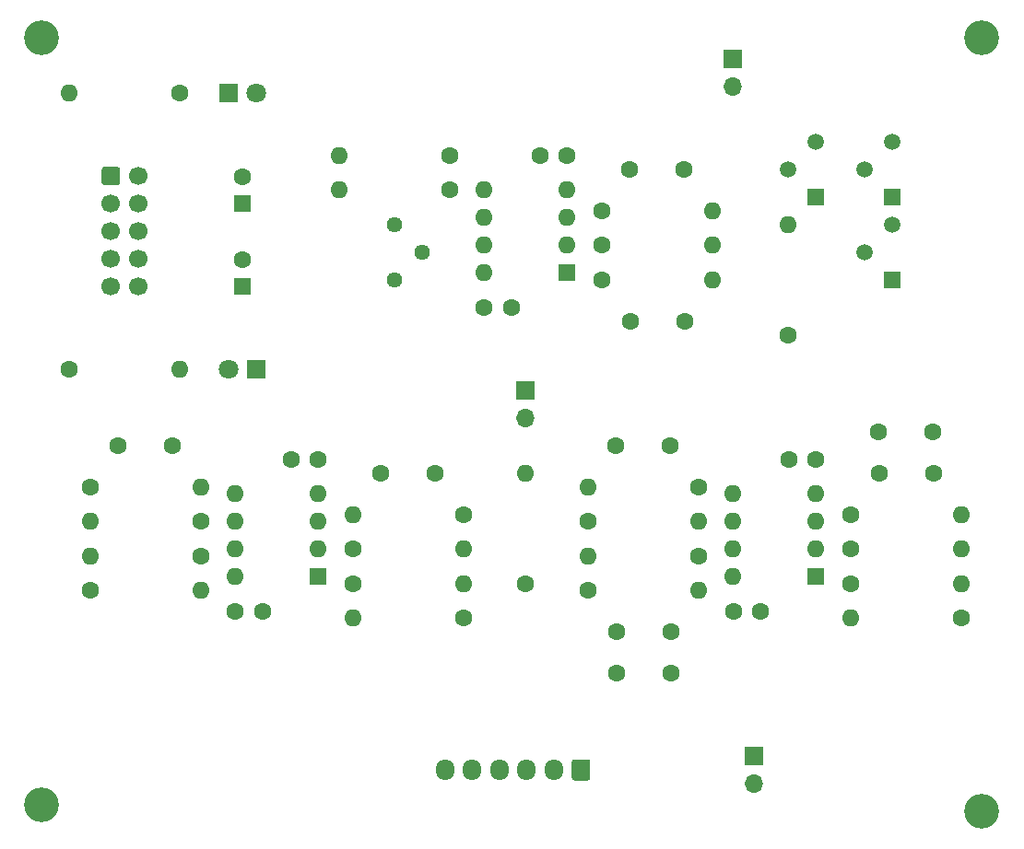
<source format=gts>
G04 #@! TF.GenerationSoftware,KiCad,Pcbnew,(5.1.10)-1*
G04 #@! TF.CreationDate,2021-07-20T07:48:39+09:00*
G04 #@! TF.ProjectId,NOS02,4e4f5330-322e-46b6-9963-61645f706362,Ver. 1.0*
G04 #@! TF.SameCoordinates,Original*
G04 #@! TF.FileFunction,Soldermask,Top*
G04 #@! TF.FilePolarity,Negative*
%FSLAX46Y46*%
G04 Gerber Fmt 4.6, Leading zero omitted, Abs format (unit mm)*
G04 Created by KiCad (PCBNEW (5.1.10)-1) date 2021-07-20 07:48:39*
%MOMM*%
%LPD*%
G01*
G04 APERTURE LIST*
%ADD10O,1.600000X1.600000*%
%ADD11R,1.600000X1.600000*%
%ADD12O,1.700000X1.700000*%
%ADD13R,1.700000X1.700000*%
%ADD14C,3.200000*%
%ADD15C,1.600000*%
%ADD16C,1.440000*%
%ADD17R,1.500000X1.500000*%
%ADD18C,1.500000*%
%ADD19O,1.700000X1.950000*%
%ADD20C,1.700000*%
%ADD21C,1.800000*%
%ADD22R,1.800000X1.800000*%
G04 APERTURE END LIST*
D10*
G04 #@! TO.C,U3*
X118110000Y-110490000D03*
X125730000Y-102870000D03*
X118110000Y-107950000D03*
X125730000Y-105410000D03*
X118110000Y-105410000D03*
X125730000Y-107950000D03*
X118110000Y-102870000D03*
D11*
X125730000Y-110490000D03*
G04 #@! TD*
D10*
G04 #@! TO.C,U2*
X140970000Y-82550000D03*
X148590000Y-74930000D03*
X140970000Y-80010000D03*
X148590000Y-77470000D03*
X140970000Y-77470000D03*
X148590000Y-80010000D03*
X140970000Y-74930000D03*
D11*
X148590000Y-82550000D03*
G04 #@! TD*
D12*
G04 #@! TO.C,J5*
X163830000Y-65405000D03*
D13*
X163830000Y-62865000D03*
G04 #@! TD*
D14*
G04 #@! TO.C,H4*
X186690000Y-132080000D03*
G04 #@! TD*
G04 #@! TO.C,H3*
X186690000Y-60960000D03*
G04 #@! TD*
G04 #@! TO.C,H2*
X100330000Y-131445000D03*
G04 #@! TD*
G04 #@! TO.C,H1*
X100330000Y-60960000D03*
G04 #@! TD*
D15*
G04 #@! TO.C,C6*
X177245000Y-100965000D03*
X182245000Y-100965000D03*
G04 #@! TD*
D10*
G04 #@! TO.C,U1*
X163830000Y-110490000D03*
X171450000Y-102870000D03*
X163830000Y-107950000D03*
X171450000Y-105410000D03*
X163830000Y-105410000D03*
X171450000Y-107950000D03*
X163830000Y-102870000D03*
D11*
X171450000Y-110490000D03*
G04 #@! TD*
D16*
G04 #@! TO.C,RV1*
X132715000Y-83185000D03*
X135255000Y-80645000D03*
X132715000Y-78105000D03*
G04 #@! TD*
D10*
G04 #@! TO.C,R25*
X114935000Y-102235000D03*
D15*
X104775000Y-102235000D03*
G04 #@! TD*
D10*
G04 #@! TO.C,R24*
X114935000Y-111760000D03*
D15*
X104775000Y-111760000D03*
G04 #@! TD*
D10*
G04 #@! TO.C,R23*
X104775000Y-108585000D03*
D15*
X114935000Y-108585000D03*
G04 #@! TD*
D10*
G04 #@! TO.C,R22*
X104775000Y-105410000D03*
D15*
X114935000Y-105410000D03*
G04 #@! TD*
D10*
G04 #@! TO.C,R21*
X102870000Y-66040000D03*
D15*
X113030000Y-66040000D03*
G04 #@! TD*
D10*
G04 #@! TO.C,R20*
X113030000Y-91440000D03*
D15*
X102870000Y-91440000D03*
G04 #@! TD*
D10*
G04 #@! TO.C,R19*
X128905000Y-104775000D03*
D15*
X139065000Y-104775000D03*
G04 #@! TD*
D10*
G04 #@! TO.C,R18*
X128905000Y-114300000D03*
D15*
X139065000Y-114300000D03*
G04 #@! TD*
D10*
G04 #@! TO.C,R17*
X139065000Y-111125000D03*
D15*
X128905000Y-111125000D03*
G04 #@! TD*
D10*
G04 #@! TO.C,R16*
X139065000Y-107950000D03*
D15*
X128905000Y-107950000D03*
G04 #@! TD*
D10*
G04 #@! TO.C,R15*
X127635000Y-71755000D03*
D15*
X137795000Y-71755000D03*
G04 #@! TD*
D10*
G04 #@! TO.C,R14*
X161925000Y-76835000D03*
D15*
X151765000Y-76835000D03*
G04 #@! TD*
D10*
G04 #@! TO.C,R13*
X144780000Y-100965000D03*
D15*
X144780000Y-111125000D03*
G04 #@! TD*
D10*
G04 #@! TO.C,R12*
X168910000Y-78105000D03*
D15*
X168910000Y-88265000D03*
G04 #@! TD*
D10*
G04 #@! TO.C,R11*
X150495000Y-102235000D03*
D15*
X160655000Y-102235000D03*
G04 #@! TD*
D10*
G04 #@! TO.C,R10*
X160655000Y-111760000D03*
D15*
X150495000Y-111760000D03*
G04 #@! TD*
D10*
G04 #@! TO.C,R9*
X127635000Y-74930000D03*
D15*
X137795000Y-74930000D03*
G04 #@! TD*
D10*
G04 #@! TO.C,R8*
X161925000Y-83185000D03*
D15*
X151765000Y-83185000D03*
G04 #@! TD*
D10*
G04 #@! TO.C,R7*
X161925000Y-80010000D03*
D15*
X151765000Y-80010000D03*
G04 #@! TD*
D10*
G04 #@! TO.C,R6*
X150495000Y-108585000D03*
D15*
X160655000Y-108585000D03*
G04 #@! TD*
D10*
G04 #@! TO.C,R5*
X160655000Y-105410000D03*
D15*
X150495000Y-105410000D03*
G04 #@! TD*
D10*
G04 #@! TO.C,R4*
X174625000Y-114300000D03*
D15*
X184785000Y-114300000D03*
G04 #@! TD*
D10*
G04 #@! TO.C,R3*
X184785000Y-104775000D03*
D15*
X174625000Y-104775000D03*
G04 #@! TD*
D10*
G04 #@! TO.C,R2*
X184785000Y-111125000D03*
D15*
X174625000Y-111125000D03*
G04 #@! TD*
D10*
G04 #@! TO.C,R1*
X184785000Y-107950000D03*
D15*
X174625000Y-107950000D03*
G04 #@! TD*
D17*
G04 #@! TO.C,Q3*
X178435000Y-83185000D03*
D18*
X178435000Y-78105000D03*
X175895000Y-80645000D03*
G04 #@! TD*
D17*
G04 #@! TO.C,Q2*
X171450000Y-75565000D03*
D18*
X171450000Y-70485000D03*
X168910000Y-73025000D03*
G04 #@! TD*
D17*
G04 #@! TO.C,Q1*
X178435000Y-75565000D03*
D18*
X178435000Y-70485000D03*
X175895000Y-73025000D03*
G04 #@! TD*
D12*
G04 #@! TO.C,J4*
X165735000Y-129540000D03*
D13*
X165735000Y-127000000D03*
G04 #@! TD*
D19*
G04 #@! TO.C,J3*
X137360000Y-128270000D03*
X139860000Y-128270000D03*
X142360000Y-128270000D03*
X144860000Y-128270000D03*
X147360000Y-128270000D03*
G36*
G01*
X150710000Y-127545000D02*
X150710000Y-128995000D01*
G75*
G02*
X150460000Y-129245000I-250000J0D01*
G01*
X149260000Y-129245000D01*
G75*
G02*
X149010000Y-128995000I0J250000D01*
G01*
X149010000Y-127545000D01*
G75*
G02*
X149260000Y-127295000I250000J0D01*
G01*
X150460000Y-127295000D01*
G75*
G02*
X150710000Y-127545000I0J-250000D01*
G01*
G37*
G04 #@! TD*
D12*
G04 #@! TO.C,J2*
X144780000Y-95885000D03*
D13*
X144780000Y-93345000D03*
G04 #@! TD*
D20*
G04 #@! TO.C,J1*
X109220000Y-83820000D03*
X109220000Y-81280000D03*
X109220000Y-78740000D03*
X109220000Y-76200000D03*
X109220000Y-73660000D03*
X106680000Y-83820000D03*
X106680000Y-81280000D03*
X106680000Y-78740000D03*
X106680000Y-76200000D03*
G36*
G01*
X105830000Y-74260000D02*
X105830000Y-73060000D01*
G75*
G02*
X106080000Y-72810000I250000J0D01*
G01*
X107280000Y-72810000D01*
G75*
G02*
X107530000Y-73060000I0J-250000D01*
G01*
X107530000Y-74260000D01*
G75*
G02*
X107280000Y-74510000I-250000J0D01*
G01*
X106080000Y-74510000D01*
G75*
G02*
X105830000Y-74260000I0J250000D01*
G01*
G37*
G04 #@! TD*
D21*
G04 #@! TO.C,D2*
X120015000Y-66040000D03*
D22*
X117475000Y-66040000D03*
G04 #@! TD*
D21*
G04 #@! TO.C,D1*
X117475000Y-91440000D03*
D22*
X120015000Y-91440000D03*
G04 #@! TD*
D15*
G04 #@! TO.C,C17*
X112315000Y-98425000D03*
X107315000Y-98425000D03*
G04 #@! TD*
G04 #@! TO.C,C16*
X136445000Y-100965000D03*
X131445000Y-100965000D03*
G04 #@! TD*
G04 #@! TO.C,C15*
X154385000Y-86995000D03*
X159385000Y-86995000D03*
G04 #@! TD*
G04 #@! TO.C,C14*
X159305000Y-73025000D03*
X154305000Y-73025000D03*
G04 #@! TD*
G04 #@! TO.C,C13*
X158035000Y-98425000D03*
X153035000Y-98425000D03*
G04 #@! TD*
G04 #@! TO.C,C12*
X153115000Y-115570000D03*
X158115000Y-115570000D03*
G04 #@! TD*
G04 #@! TO.C,C11*
X153115000Y-119380000D03*
X158115000Y-119380000D03*
G04 #@! TD*
G04 #@! TO.C,C10*
X146090000Y-71755000D03*
X148590000Y-71755000D03*
G04 #@! TD*
G04 #@! TO.C,C9*
X123230000Y-99695000D03*
X125730000Y-99695000D03*
G04 #@! TD*
G04 #@! TO.C,C8*
X168950000Y-99695000D03*
X171450000Y-99695000D03*
G04 #@! TD*
G04 #@! TO.C,C7*
X118745000Y-73700000D03*
D11*
X118745000Y-76200000D03*
G04 #@! TD*
D15*
G04 #@! TO.C,C5*
X182165000Y-97155000D03*
X177165000Y-97155000D03*
G04 #@! TD*
G04 #@! TO.C,C4*
X118110000Y-113665000D03*
X120610000Y-113665000D03*
G04 #@! TD*
G04 #@! TO.C,C3*
X140970000Y-85725000D03*
X143470000Y-85725000D03*
G04 #@! TD*
G04 #@! TO.C,C2*
X163870000Y-113665000D03*
X166370000Y-113665000D03*
G04 #@! TD*
G04 #@! TO.C,C1*
X118745000Y-81320000D03*
D11*
X118745000Y-83820000D03*
G04 #@! TD*
M02*

</source>
